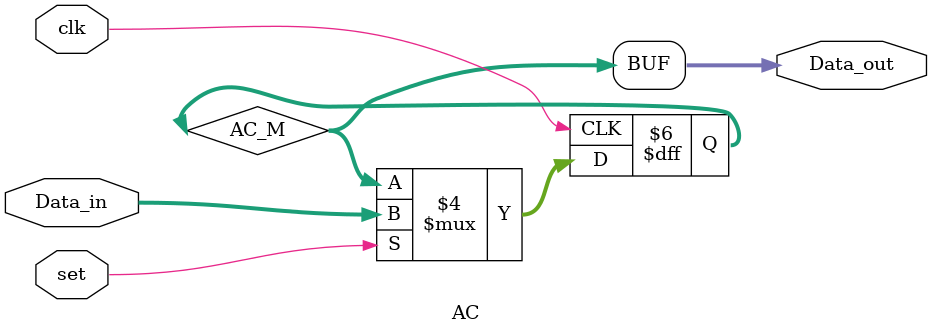
<source format=v>
`timescale 1ns / 1ps
module AC( clk, Data_in,Data_out,set);

                                //inputs
  input[7:0] Data_in;
  input set,clk;
  
                                //outputs
  output[7:0] Data_out;
  
                                // reg
  reg [7:0] AC_M;
 
	 always @ (posedge clk) begin
	   
		   if(set )                 //  SET R in pose edge
		     AC_M = Data_in;
	 end
	 
    assign Data_out = AC_M;     // Data out 

		initial begin
				AC_M = 0;
		end

endmodule

</source>
